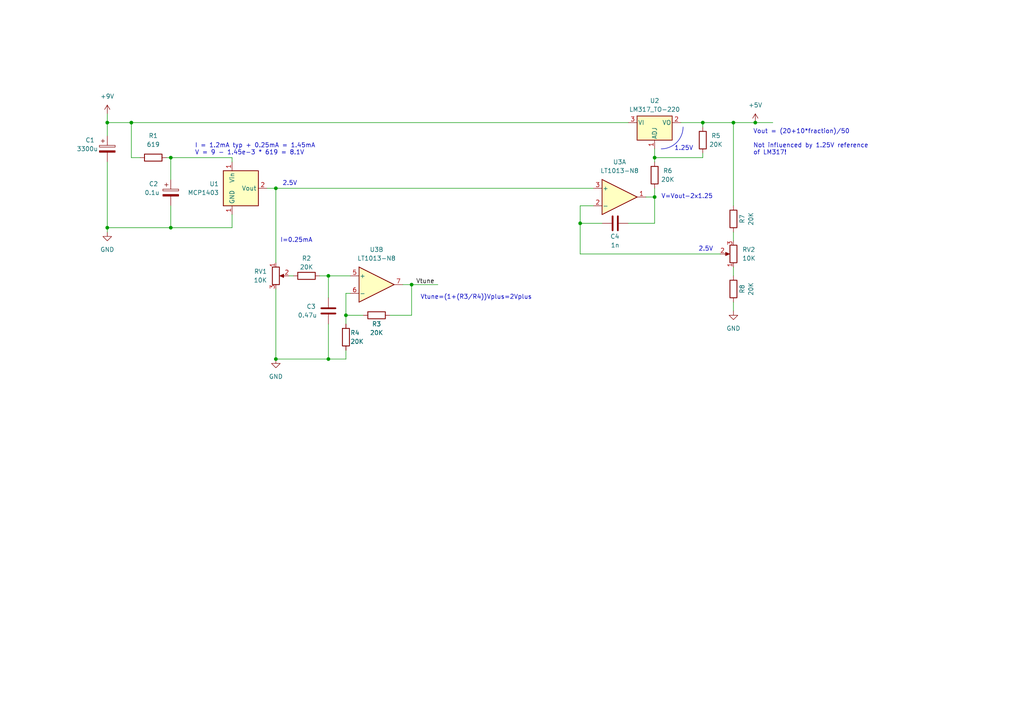
<source format=kicad_sch>
(kicad_sch (version 20230121) (generator eeschema)
  (paper "A4")
  (lib_symbols
    (symbol "Device:C" (pin_numbers hide) (pin_names (offset 0.254))
      (property "Reference" "C" (at 0.635 2.54 0))
      (property "Value" "C" (at 0.635 -2.54 0))
      (symbol "C_0_1"
        (polyline (pts (xy -2.032 -0.762) (xy 2.032 -0.762)) (stroke (width 0.508)))
        (polyline (pts (xy -2.032 0.762) (xy 2.032 0.762)) (stroke (width 0.508)))
      )
      (symbol "C_1_1"
        (pin passive line (at 0 3.81 270) (length 2.794) (name "~") (number "1"))
        (pin passive line (at 0 -3.81 90) (length 2.794) (name "~") (number "2"))
      )
    )
    (symbol "Device:C_Polarized" (pin_numbers hide) (pin_names (offset 0.254))
      (property "Reference" "C" (at 0.635 2.54 0))
      (property "Value" "C_Polarized" (at 0.635 -2.54 0))
      (symbol "C_Polarized_0_1"
        (rectangle (start -2.286 0.508) (end 2.286 1.016))
        (polyline (pts (xy -1.778 2.286) (xy -0.762 2.286)))
        (polyline (pts (xy -1.27 2.794) (xy -1.27 1.778)))
        (rectangle (start 2.286 -0.508) (end -2.286 -1.016) (fill (type outline)))
      )
      (symbol "C_Polarized_1_1"
        (pin passive line (at 0 3.81 270) (length 2.794) (name "~") (number "1"))
        (pin passive line (at 0 -3.81 90) (length 2.794) (name "~") (number "2"))
      )
    )
    (symbol "Device:R" (pin_numbers hide) (pin_names (offset 0))
      (property "Reference" "R" (at 2.032 0 90))
      (property "Value" "R" (at 0 0 90))
      (symbol "R_0_1"
        (rectangle (start -1.016 -2.54) (end 1.016 2.54) (stroke (width 0.254)))
      )
      (symbol "R_1_1"
        (pin passive line (at 0 3.81 270) (length 1.27) (name "~") (number "1"))
        (pin passive line (at 0 -3.81 90) (length 1.27) (name "~") (number "2"))
      )
    )
    (symbol "Device:R_Potentiometer" (pin_names (offset 1.016) hide)
      (property "Reference" "RV" (at -4.445 0 90))
      (property "Value" "R_Potentiometer" (at -2.54 0 90))
      (symbol "R_Potentiometer_0_1"
        (polyline (pts (xy 2.54 0) (xy 1.524 0)))
        (polyline (pts (xy 1.143 0) (xy 2.286 0.508) (xy 2.286 -0.508) (xy 1.143 0)) (fill (type outline)))
        (rectangle (start 1.016 2.54) (end -1.016 -2.54) (stroke (width 0.254)))
      )
      (symbol "R_Potentiometer_1_1"
        (pin passive line (at 0 3.81 270) (length 1.27) (name "1") (number "1"))
        (pin passive line (at 3.81 0 180) (length 1.27) (name "2") (number "2"))
        (pin passive line (at 0 -3.81 90) (length 1.27) (name "3") (number "3"))
      )
    )
    (symbol "Regulator_Linear:LM317_TO-220" (pin_names (offset 0.254))
      (property "Reference" "U" (at -3.81 3.175 0))
      (property "Value" "LM317_TO-220" (at 0 3.175 0))
      (symbol "LM317_TO-220_0_1"
        (rectangle (start -5.08 1.905) (end 5.08 -5.08) (stroke (width 0.254)) (fill (type background)))
      )
      (symbol "LM317_TO-220_1_1"
        (pin input line (at 0 -7.62 90) (length 2.54) (name "ADJ") (number "1"))
        (pin power_out line (at 7.62 0 180) (length 2.54) (name "VO") (number "2"))
        (pin power_in line (at -7.62 0 0) (length 2.54) (name "VI") (number "3"))
      )
    )
    (symbol "lt1013:LT1013-N8" (pin_names (offset 0.127))
      (property "Reference" "U" (at 0 5.08 0))
      (property "Value" "LT1013-N8" (at 0 -5.08 0))
      (symbol "LT1013-N8_1_1"
        (polyline (pts (xy -5.08 5.08) (xy 5.08 0) (xy -5.08 -5.08) (xy -5.08 5.08)) (stroke (width 0.254)) (fill (type background)))
        (pin output line (at 7.62 0 180) (length 2.54) (name "~") (number "1"))
        (pin input line (at -7.62 -2.54 0) (length 2.54) (name "-") (number "2"))
        (pin input line (at -7.62 2.54 0) (length 2.54) (name "+") (number "3"))
      )
      (symbol "LT1013-N8_2_1"
        (polyline (pts (xy -5.08 5.08) (xy 5.08 0) (xy -5.08 -5.08) (xy -5.08 5.08)) (stroke (width 0.254)) (fill (type background)))
        (pin input line (at -7.62 2.54 0) (length 2.54) (name "+") (number "5"))
        (pin input line (at -7.62 -2.54 0) (length 2.54) (name "-") (number "6"))
        (pin output line (at 7.62 0 180) (length 2.54) (name "~") (number "7"))
      )
      (symbol "LT1013-N8_3_1"
        (pin power_in line (at -2.54 -7.62 90) (length 3.81) (name "V-") (number "4"))
        (pin power_in line (at -2.54 7.62 270) (length 3.81) (name "V+") (number "8"))
      )
    )
    (symbol "mc1403:MC1403"
      (property "Reference" "U" (at 1.27 8.89 0))
      (property "Value" "MCP1403" (at 1.27 6.35 0))
      (symbol "MC1403_0_1"
        (rectangle (start -2.54 5.08) (end 7.62 -5.08) (stroke (width 0.254)) (fill (type background)))
      )
      (symbol "MC1403_1_1"
        (pin power_in line (at 0 -7.62 90) (length 2.54) (name "GND") (number "1"))
        (pin power_in line (at 0 7.62 270) (length 2.54) (name "Vin") (number "1"))
        (pin power_out line (at 10.16 0 180) (length 2.54) (name "Vout") (number "2"))
      )
    )
    (symbol "power:+5V" (power) (pin_names (offset 0))
      (property "Value" "+5V" (at 0 3.556 0))
      (symbol "+5V_0_1"
        (polyline (pts (xy -0.762 1.27) (xy 0 2.54)))
        (polyline (pts (xy 0 0) (xy 0 2.54)))
        (polyline (pts (xy 0 2.54) (xy 0.762 1.27)))
      )
      (symbol "+5V_1_1"
        (pin power_in line (at 0 0 90) (length 0) hide (name "+5V") (number "1"))
      )
    )
    (symbol "power:+9V" (power) (pin_names (offset 0))
      (property "Value" "+9V" (at 0 3.556 0))
      (symbol "+9V_0_1"
        (polyline (pts (xy -0.762 1.27) (xy 0 2.54)))
        (polyline (pts (xy 0 0) (xy 0 2.54)))
        (polyline (pts (xy 0 2.54) (xy 0.762 1.27)))
      )
      (symbol "+9V_1_1"
        (pin power_in line (at 0 0 90) (length 0) hide (name "+9V") (number "1"))
      )
    )
    (symbol "power:GND" (power) (pin_names (offset 0))
      (property "Value" "GND" (at 0 -3.81 0))
      (symbol "GND_0_1"
        (polyline (pts (xy 0 0) (xy 0 -1.27) (xy 1.27 -1.27) (xy 0 -2.54) (xy -1.27 -1.27) (xy 0 -1.27)))
      )
      (symbol "GND_1_1"
        (pin power_in line (at 0 0 270) (length 0) hide (name "GND") (number "1"))
      )
    )
  )
  (junction (at 95.25 80.01))
  (junction (at 31.115 66.04))
  (junction (at 189.865 57.15))
  (junction (at 38.1 35.56))
  (junction (at 80.01 54.61))
  (junction (at 119.38 82.55))
  (junction (at 203.835 35.56))
  (junction (at 168.275 64.77))
  (junction (at 189.865 45.72))
  (junction (at 31.115 35.56))
  (junction (at 80.01 104.14))
  (junction (at 219.075 35.56))
  (junction (at 49.53 66.04))
  (junction (at 49.53 45.72))
  (junction (at 212.725 35.56))
  (junction (at 95.25 104.14))
  (junction (at 100.33 91.44))
  (wire (pts (xy 189.865 54.61) (xy 189.865 57.15)))
  (wire (pts (xy 189.865 45.72) (xy 189.865 46.99)))
  (wire (pts (xy 168.275 64.77) (xy 174.625 64.77)))
  (wire (pts (xy 101.6 85.09) (xy 100.33 85.09)))
  (wire (pts (xy 49.53 45.72) (xy 67.31 45.72)))
  (wire (pts (xy 80.01 54.61) (xy 172.085 54.61)))
  (wire (pts (xy 48.26 45.72) (xy 49.53 45.72)))
  (wire (pts (xy 172.085 59.69) (xy 168.275 59.69)))
  (wire (pts (xy 67.31 45.72) (xy 67.31 46.99)))
  (wire (pts (xy 38.1 45.72) (xy 38.1 35.56)))
  (wire (pts (xy 95.25 80.01) (xy 101.6 80.01)))
  (wire (pts (xy 100.33 91.44) (xy 100.33 93.98)))
  (wire (pts (xy 208.915 73.66) (xy 168.275 73.66)))
  (wire (pts (xy 80.01 104.14) (xy 95.25 104.14)))
  (wire (pts (xy 212.725 35.56) (xy 212.725 59.69)))
  (wire (pts (xy 189.865 57.15) (xy 189.865 64.77)))
  (wire (pts (xy 212.725 67.31) (xy 212.725 69.85)))
  (wire (pts (xy 31.115 66.04) (xy 49.53 66.04)))
  (wire (pts (xy 92.71 80.01) (xy 95.25 80.01)))
  (wire (pts (xy 49.53 66.04) (xy 67.31 66.04)))
  (wire (pts (xy 212.725 87.63) (xy 212.725 90.17)))
  (wire (pts (xy 31.115 35.56) (xy 31.115 39.37)))
  (wire (pts (xy 77.47 54.61) (xy 80.01 54.61)))
  (wire (pts (xy 100.33 104.14) (xy 100.33 101.6)))
  (wire (pts (xy 203.835 44.45) (xy 203.835 45.72)))
  (wire (pts (xy 95.25 104.14) (xy 100.33 104.14)))
  (wire (pts (xy 100.33 85.09) (xy 100.33 91.44)))
  (wire (pts (xy 40.64 45.72) (xy 38.1 45.72)))
  (wire (pts (xy 168.275 59.69) (xy 168.275 64.77)))
  (wire (pts (xy 203.835 35.56) (xy 203.835 36.83)))
  (wire (pts (xy 31.115 66.04) (xy 31.115 67.31)))
  (wire (pts (xy 67.31 66.04) (xy 67.31 62.23)))
  (wire (pts (xy 83.82 80.01) (xy 85.09 80.01)))
  (wire (pts (xy 212.725 35.56) (xy 219.075 35.56)))
  (wire (pts (xy 100.33 91.44) (xy 105.41 91.44)))
  (wire (pts (xy 113.03 91.44) (xy 119.38 91.44)))
  (wire (pts (xy 80.01 54.61) (xy 80.01 76.2)))
  (wire (pts (xy 80.01 83.82) (xy 80.01 104.14)))
  (wire (pts (xy 197.485 35.56) (xy 203.835 35.56)))
  (wire (pts (xy 95.25 104.14) (xy 95.25 93.98)))
  (wire (pts (xy 203.835 45.72) (xy 189.865 45.72)))
  (wire (pts (xy 38.1 35.56) (xy 182.245 35.56)))
  (wire (pts (xy 189.865 43.18) (xy 189.865 45.72)))
  (wire (pts (xy 212.725 77.47) (xy 212.725 80.01)))
  (wire (pts (xy 203.835 35.56) (xy 212.725 35.56)))
  (wire (pts (xy 49.53 45.72) (xy 49.53 52.07)))
  (wire (pts (xy 168.275 64.77) (xy 168.275 73.66)))
  (wire (pts (xy 219.075 35.56) (xy 224.155 35.56)))
  (wire (pts (xy 31.115 33.02) (xy 31.115 35.56)))
  (wire (pts (xy 31.115 35.56) (xy 38.1 35.56)))
  (wire (pts (xy 49.53 66.04) (xy 49.53 59.69)))
  (wire (pts (xy 119.38 91.44) (xy 119.38 82.55)))
  (wire (pts (xy 95.25 80.01) (xy 95.25 86.36)))
  (wire (pts (xy 182.245 64.77) (xy 189.865 64.77)))
  (wire (pts (xy 119.38 82.55) (xy 127 82.55)))
  (wire (pts (xy 187.325 57.15) (xy 189.865 57.15)))
  (wire (pts (xy 31.115 46.99) (xy 31.115 66.04)))
  (wire (pts (xy 119.38 82.55) (xy 116.84 82.55)))
  (arc (start 198.12 36.83) (mid 196.2569 41.3154) (end 191.77 43.18))
  (text "Vtune=(1+(R3/R4))Vplus=2Vplus" (at 121.92 86.995 0) (effects (font (size 1.27 1.27)) (justify left bottom)))
  (text "Vout = (20+10*fraction)/50\n\nNot influenced by 1.25V reference\nof LM317!" (at 218.44 45.085 0) (effects (font (size 1.27 1.27)) (justify left bottom)))
  (text "I=0.25mA" (at 81.28 70.485 0) (effects (font (size 1.27 1.27)) (justify left bottom)))
  (text "I = 1.2mA typ + 0.25mA = 1.45mA\nV = 9 - 1.45e-3 * 619 = 8.1V" (at 56.515 45.085 0) (effects (font (size 1.27 1.27)) (justify left bottom)))
  (text "V=Vout-2x1.25" (at 191.77 57.785 0) (effects (font (size 1.27 1.27)) (justify left bottom)))
  (text "1.25V" (at 195.58 43.815 0) (effects (font (size 1.27 1.27)) (justify left bottom)))
  (text "2.5V" (at 202.565 73.025 0) (effects (font (size 1.27 1.27)) (justify left bottom)))
  (text "2.5V" (at 81.915 53.975 0) (effects (font (size 1.27 1.27)) (justify left bottom)))
  (label "Vtune" (at 120.65 82.55 0))
  (symbol (lib_id "lt1013:LT1013-N8") (at 109.22 82.55 0) (unit 2)
    (property "Reference" "U3" (at 109.22 72.39 0))
    (property "Value" "LT1013-N8" (at 109.22 74.93 0))
    (property "Datasheet" "https://www.analog.com/media/en/technical-documentation/data-sheets/LT1013-LT1014.pdf" (effects hide))
  )
  (symbol (lib_id "power:GND") (at 31.115 67.31 0) (unit 1)
    (property "Reference" "#PWR02" (effects hide))
    (property "Value" "GND" (at 31.115 72.39 0))
  )
  (symbol (lib_id "Device:R") (at 212.725 63.5 0) (unit 1)
    (property "Reference" "R7" (at 215.265 63.5 90))
    (property "Value" "20K" (at 217.805 63.5 90))
  )
  (symbol (lib_id "Device:R") (at 212.725 83.82 0) (unit 1)
    (property "Reference" "R8" (at 215.265 83.82 90))
    (property "Value" "20K" (at 217.805 83.82 90))
  )
  (symbol (lib_id "lt1013:LT1013-N8") (at 179.705 57.15 0) (unit 1)
    (property "Reference" "U3" (at 179.705 46.99 0))
    (property "Value" "LT1013-N8" (at 179.705 49.53 0))
    (property "Datasheet" "https://www.analog.com/media/en/technical-documentation/data-sheets/LT1013-LT1014.pdf" (effects hide))
  )
  (symbol (lib_id "Device:R_Potentiometer") (at 212.725 73.66 180) (unit 1)
    (property "Reference" "RV2" (at 215.265 72.39 0) (effects (justify right)))
    (property "Value" "10K" (at 215.265 74.93 0) (effects (justify right)))
  )
  (symbol (lib_id "Device:R") (at 109.22 91.44 270) (unit 1)
    (property "Reference" "R3" (at 109.22 93.98 90))
    (property "Value" "20K" (at 109.22 96.52 90))
  )
  (symbol (lib_id "Device:R") (at 44.45 45.72 270) (unit 1)
    (property "Reference" "R1" (at 44.45 39.37 90))
    (property "Value" "619" (at 44.45 41.91 90))
  )
  (symbol (lib_id "power:+5V") (at 219.075 35.56 0) (unit 1)
    (property "Reference" "#PWR05" (effects hide))
    (property "Value" "+5V" (at 219.075 30.48 0))
  )
  (symbol (lib_id "Device:C") (at 95.25 90.17 0) (unit 1)
    (property "Reference" "C3" (at 88.9 88.9 0) (effects (justify left)))
    (property "Value" "0.47u" (at 86.36 91.44 0) (effects (justify left)))
  )
  (symbol (lib_id "Device:C_Polarized") (at 49.53 55.88 0) (unit 1)
    (property "Reference" "C2" (at 43.18 53.34 0) (effects (justify left)))
    (property "Value" "0.1u" (at 41.91 55.88 0) (effects (justify left)))
  )
  (symbol (lib_id "Regulator_Linear:LM317_TO-220") (at 189.865 35.56 0) (unit 1)
    (property "Reference" "U2" (at 189.865 29.21 0))
    (property "Value" "LM317_TO-220" (at 189.865 31.75 0))
    (property "Footprint" "Package_TO_SOT_THT:TO-220-3_Vertical" (effects hide))
    (property "Datasheet" "http://www.ti.com/lit/ds/symlink/lm317.pdf" (effects hide))
  )
  (symbol (lib_id "Device:R") (at 203.835 40.64 0) (unit 1)
    (property "Reference" "R5" (at 207.645 39.37 0))
    (property "Value" "20K" (at 207.645 41.91 0))
  )
  (symbol (lib_id "power:GND") (at 212.725 90.17 0) (unit 1)
    (property "Reference" "#PWR04" (effects hide))
    (property "Value" "GND" (at 212.725 95.25 0))
  )
  (symbol (lib_id "Device:R") (at 189.865 50.8 0) (unit 1)
    (property "Reference" "R6" (at 193.675 49.53 0))
    (property "Value" "20K" (at 193.675 52.07 0))
  )
  (symbol (lib_id "Device:R") (at 100.33 97.79 0) (unit 1)
    (property "Reference" "R4" (at 101.6 96.52 0) (effects (justify left)))
    (property "Value" "20K" (at 101.6 99.06 0) (effects (justify left)))
  )
  (symbol (lib_id "Device:C") (at 178.435 64.77 90) (unit 1)
    (property "Reference" "C4" (at 179.705 68.58 90) (effects (justify left)))
    (property "Value" "1n" (at 179.705 71.12 90) (effects (justify left)))
  )
  (symbol (lib_id "power:GND") (at 80.01 104.14 0) (unit 1)
    (property "Reference" "#PWR03" (effects hide))
    (property "Value" "GND" (at 80.01 109.22 0))
  )
  (symbol (lib_id "Device:R_Potentiometer") (at 80.01 80.01 0) (unit 1)
    (property "Reference" "RV1" (at 77.47 78.74 0) (effects (justify right)))
    (property "Value" "10K" (at 77.47 81.28 0) (effects (justify right)))
  )
  (symbol (lib_id "mc1403:MC1403") (at 67.31 54.61 0) (unit 1)
    (property "Reference" "U1" (at 63.5 53.34 0) (effects (justify right)))
    (property "Value" "MCP1403" (at 63.5 55.88 0) (effects (justify right)))
    (property "Datasheet" "https://www.onsemi.com/pdf/datasheet/mc1403-d.pdf" (effects hide))
  )
  (symbol (lib_id "power:+9V") (at 31.115 33.02 0) (unit 1)
    (property "Reference" "#PWR01" (effects hide))
    (property "Value" "+9V" (at 31.115 27.94 0))
  )
  (symbol (lib_id "Device:C_Polarized") (at 31.115 43.18 0) (unit 1)
    (property "Reference" "C1" (at 24.765 40.64 0) (effects (justify left)))
    (property "Value" "3300u" (at 22.225 43.18 0) (effects (justify left)))
  )
  (symbol (lib_id "Device:R") (at 88.9 80.01 270) (unit 1)
    (property "Reference" "R2" (at 88.9 74.93 90))
    (property "Value" "20K" (at 88.9 77.47 90))
  )
)
</source>
